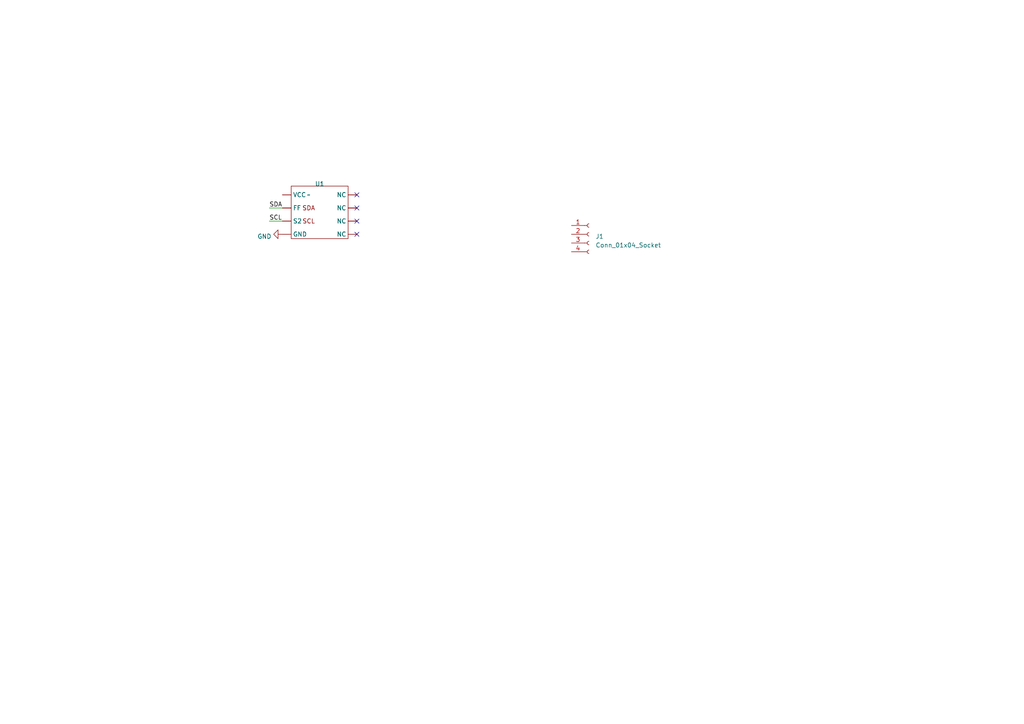
<source format=kicad_sch>
(kicad_sch (version 20230121) (generator eeschema)
  (paper "A4")
  (lib_symbols
    (symbol "Connector:Conn_01x04_Socket" (pin_names (offset 1.016) hide)
      (property "Reference" "J" (at 0 5.08 0))
      (property "Value" "Conn_01x04_Socket" (at 0 -7.62 0))
      (symbol "Conn_01x04_Socket_1_1"
        (arc (start 0 -4.572) (mid -0.5058 -5.08) (end 0 -5.588) (stroke (width 0.1524)))
        (arc (start 0 -2.032) (mid -0.5058 -2.54) (end 0 -3.048) (stroke (width 0.1524)))
        (polyline (pts (xy -1.27 -5.08) (xy -0.508 -5.08)) (stroke (width 0.1524)))
        (polyline (pts (xy -1.27 -2.54) (xy -0.508 -2.54)) (stroke (width 0.1524)))
        (polyline (pts (xy -1.27 0) (xy -0.508 0)) (stroke (width 0.1524)))
        (polyline (pts (xy -1.27 2.54) (xy -0.508 2.54)) (stroke (width 0.1524)))
        (arc (start 0 0.508) (mid -0.5058 0) (end 0 -0.508) (stroke (width 0.1524)))
        (arc (start 0 3.048) (mid -0.5058 2.54) (end 0 2.032) (stroke (width 0.1524)))
        (pin passive line (at -5.08 2.54 0) (length 3.81) (name "Pin_1") (number "1"))
        (pin passive line (at -5.08 0 0) (length 3.81) (name "Pin_2") (number "2"))
        (pin passive line (at -5.08 -2.54 0) (length 3.81) (name "Pin_3") (number "3"))
        (pin passive line (at -5.08 -5.08 0) (length 3.81) (name "Pin_4") (number "4"))
      )
    )
    (symbol "OPSX:flash_plug_adapter_female"
      (property "Reference" "U" (at 0 5.08 0))
      (symbol "flash_plug_adapter_female_0_1"
        (rectangle (start -8.89 2.54) (end 7.62 -12.7))
        (text "SCL\n" (at -3.81 -7.62 0) (effects (font (size 1.27 1.27))))
        (text "SDA\n" (at -3.81 -3.81 0) (effects (font (size 1.27 1.27))))
      )
      (symbol "flash_plug_adapter_female_1_1"
        (pin bidirectional line (at -11.43 -3.81 0) (length 2.54) (name "FF") (number ""))
        (pin output line (at -11.43 -11.43 0) (length 2.54) (name "GND") (number ""))
        (pin bidirectional line (at 10.16 -11.43 180) (length 2.54) (name "NC") (number ""))
        (pin bidirectional line (at 10.16 -7.62 180) (length 2.54) (name "NC") (number ""))
        (pin bidirectional line (at 10.16 -3.81 180) (length 2.54) (name "NC") (number ""))
        (pin bidirectional line (at 10.16 0 180) (length 2.54) (name "NC") (number ""))
        (pin output line (at -11.43 -7.62 0) (length 2.54) (name "S2") (number ""))
        (pin output line (at -11.43 0 0) (length 2.54) (name "VCC") (number ""))
      )
    )
    (symbol "power:GND" (power) (pin_names (offset 0))
      (property "Value" "GND" (at 0 -3.81 0))
      (symbol "GND_0_1"
        (polyline (pts (xy 0 0) (xy 0 -1.27) (xy 1.27 -1.27) (xy 0 -2.54) (xy -1.27 -1.27) (xy 0 -1.27)))
      )
      (symbol "GND_1_1"
        (pin power_in line (at 0 0 270) (length 0) hide (name "GND") (number "1"))
      )
    )
  )
  (no_connect (at 103.505 60.325))
  (no_connect (at 103.505 56.515))
  (no_connect (at 103.505 64.135))
  (no_connect (at 103.505 67.945))
  (wire (pts (xy 78.105 64.135) (xy 81.915 64.135)))
  (wire (pts (xy 78.105 60.325) (xy 81.915 60.325)))
  (label "SDA" (at 78.105 60.325 0))
  (label "SCL" (at 78.105 64.135 0))
  (symbol (lib_id "Connector:Conn_01x04_Socket") (at 170.815 67.945 0) (unit 1)
    (property "Reference" "J1" (at 172.72 68.58 0) (effects (justify left)))
    (property "Value" "Conn_01x04_Socket" (at 172.72 71.12 0) (effects (justify left)))
    (property "Footprint" "Connector_PinSocket_2.54mm:PinSocket_1x04_P2.54mm_Horizontal" (effects hide))
  )
  (symbol (lib_id "power:GND") (at 81.915 67.945 270) (unit 1)
    (property "Reference" "#PWR01" (effects hide))
    (property "Value" "GND" (at 78.74 68.58 90) (effects (justify right)))
  )
  (symbol (lib_id "OPSX:flash_plug_adapter_female") (at 93.345 56.515 0) (unit 1)
    (property "Reference" "U1" (at 92.71 53.34 0))
    (property "Value" "~" (at 89.535 56.515 0))
  )
)
</source>
